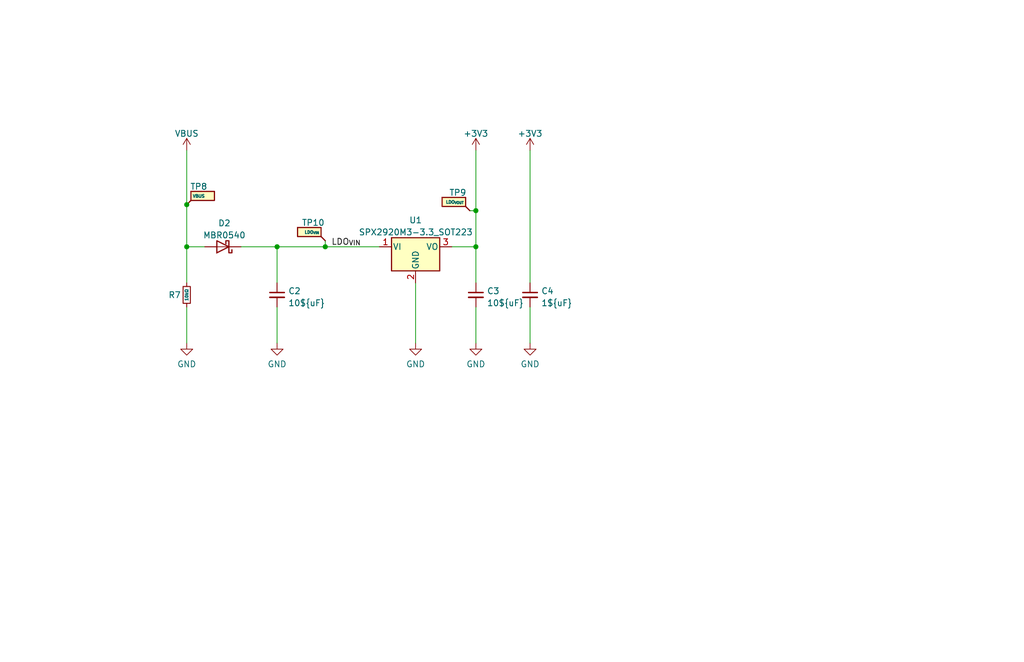
<source format=kicad_sch>
(kicad_sch (version 20211123) (generator eeschema)
  (paper "User" 215.9 139.7)
  (title_block (title "Soldering Induction (July 2022)") (date "2022-07-19") (rev "3.5.0") (company "UNSW Engineering Makerspace"))
  (lib_symbols
    (symbol "4ms_Power-symbol:+3.3V" (power) (pin_names (offset 0))
      (property "Value" "+3.3V" (at 0 3.556 0))
      (symbol "+3.3V_0_1"
        (polyline (pts (xy -0.762 1.27) (xy 0 2.54)))
        (polyline (pts (xy 0 0) (xy 0 2.54)))
        (polyline (pts (xy 0 2.54) (xy 0.762 1.27)))
      )
      (symbol "+3.3V_1_1"
        (pin power_in line (at 0 0 90) (length 0) hide (name "+3V3") (number "1"))
      )
    )
    (symbol "4ms_Power-symbol:GND" (power) (pin_names (offset 0))
      (property "Value" "GND" (at 0 -3.81 0))
      (symbol "GND_0_1"
        (polyline (pts (xy 0 0) (xy 0 -1.27) (xy 1.27 -1.27) (xy 0 -2.54) (xy -1.27 -1.27) (xy 0 -1.27)))
      )
      (symbol "GND_1_1"
        (pin power_in line (at 0 0 270) (length 0) hide (name "GND") (number "1"))
      )
    )
    (symbol "Connector:TestPoint_Flag" (pin_numbers hide) (pin_names (offset 0.762) hide)
      (property "Reference" "TP" (at 3.429 1.778 0))
      (property "Value" "TestPoint_Flag" (at 3.302 4.191 0))
      (symbol "TestPoint_Flag_0_1"
        (polyline (pts (xy 0 0) (xy 0.889 0.889)) (stroke (width 0.254)))
        (rectangle (start 0.889 2.794) (end 5.842 0.889) (stroke (width 0.254)) (fill (type background)))
      )
      (symbol "TestPoint_Flag_1_1"
        (pin passive line (at 0 0 90) (length 0) (name "1") (number "1"))
      )
    )
    (symbol "Device:C_Small" (pin_numbers hide) (pin_names (offset 0.254) hide)
      (property "Reference" "C" (at 0.254 1.778 0))
      (property "Value" "C_Small" (at 0.254 -2.032 0))
      (symbol "C_Small_0_1"
        (polyline (pts (xy -1.524 -0.508) (xy 1.524 -0.508)) (stroke (width 0.3302)))
        (polyline (pts (xy -1.524 0.508) (xy 1.524 0.508)) (stroke (width 0.3048)))
      )
      (symbol "C_Small_1_1"
        (pin passive line (at 0 2.54 270) (length 2.032) (name "~") (number "1"))
        (pin passive line (at 0 -2.54 90) (length 2.032) (name "~") (number "2"))
      )
    )
    (symbol "Device:R_Small" (pin_numbers hide) (pin_names (offset 0.254) hide)
      (property "Reference" "R" (at 0.762 0.508 0))
      (property "Value" "R_Small" (at 0.762 -1.016 0))
      (symbol "R_Small_0_1"
        (rectangle (start -0.762 1.778) (end 0.762 -1.778) (stroke (width 0.2032)))
      )
      (symbol "R_Small_1_1"
        (pin passive line (at 0 2.54 270) (length 0.762) (name "~") (number "1"))
        (pin passive line (at 0 -2.54 90) (length 0.762) (name "~") (number "2"))
      )
    )
    (symbol "Diode:MBR0540" (pin_numbers hide) (pin_names (offset 1.016) hide)
      (property "Reference" "D" (at 0 2.54 0))
      (property "Value" "MBR0540" (at 0 -2.54 0))
      (symbol "MBR0540_0_1"
        (polyline (pts (xy 1.27 0) (xy -1.27 0)))
        (polyline (pts (xy 1.27 1.27) (xy 1.27 -1.27) (xy -1.27 0) (xy 1.27 1.27)) (stroke (width 0.254)))
        (polyline (pts (xy -1.905 0.635) (xy -1.905 1.27) (xy -1.27 1.27) (xy -1.27 -1.27) (xy -0.635 -1.27) (xy -0.635 -0.635)) (stroke (width 0.254)))
      )
      (symbol "MBR0540_1_1"
        (pin passive line (at -3.81 0 0) (length 2.54) (name "K") (number "1"))
        (pin passive line (at 3.81 0 180) (length 2.54) (name "A") (number "2"))
      )
    )
    (symbol "Regulator_Linear:SPX2920M3-3.3_SOT223" (pin_names (offset 0.254))
      (property "Reference" "U" (at -3.81 3.175 0))
      (property "Value" "SPX2920M3-3.3_SOT223" (at 0 3.175 0))
      (symbol "SPX2920M3-3.3_SOT223_0_1"
        (rectangle (start -5.08 -5.08) (end 5.08 1.905) (stroke (width 0.254)) (fill (type background)))
      )
      (symbol "SPX2920M3-3.3_SOT223_1_1"
        (pin power_in line (at -7.62 0 0) (length 2.54) (name "VI") (number "1"))
        (pin power_in line (at 0 -7.62 90) (length 2.54) (name "GND") (number "2"))
        (pin power_out line (at 7.62 0 180) (length 2.54) (name "VO") (number "3"))
      )
    )
    (symbol "power:VBUS" (power) (pin_names (offset 0))
      (property "Value" "VBUS" (at 0 3.81 0))
      (symbol "VBUS_0_1"
        (polyline (pts (xy -0.762 1.27) (xy 0 2.54)))
        (polyline (pts (xy 0 0) (xy 0 2.54)))
        (polyline (pts (xy 0 2.54) (xy 0.762 1.27)))
      )
      (symbol "VBUS_1_1"
        (pin power_in line (at 0 0 90) (length 0) hide (name "VBUS") (number "1"))
      )
    )
  )
  (junction (at 100.33 52.07))
  (junction (at 100.33 44.45))
  (junction (at 39.37 52.07))
  (junction (at 58.42 52.07))
  (junction (at 39.37 43.18))
  (junction (at 68.58 52.07))
  (wire (pts (xy 99.06 44.45) (xy 100.33 44.45)))
  (wire (pts (xy 100.33 59.69) (xy 100.33 52.07)))
  (wire (pts (xy 58.42 52.07) (xy 58.42 59.69)))
  (wire (pts (xy 39.37 52.07) (xy 39.37 59.69)))
  (wire (pts (xy 39.37 31.75) (xy 39.37 43.18)))
  (wire (pts (xy 58.42 64.77) (xy 58.42 72.39)))
  (wire (pts (xy 58.42 52.07) (xy 50.8 52.07)))
  (wire (pts (xy 100.33 52.07) (xy 95.25 52.07)))
  (wire (pts (xy 58.42 52.07) (xy 68.58 52.07)))
  (wire (pts (xy 111.76 31.75) (xy 111.76 59.69)))
  (wire (pts (xy 100.33 44.45) (xy 100.33 52.07)))
  (wire (pts (xy 39.37 64.77) (xy 39.37 72.39)))
  (wire (pts (xy 100.33 64.77) (xy 100.33 72.39)))
  (wire (pts (xy 100.33 31.75) (xy 100.33 44.45)))
  (wire (pts (xy 39.37 52.07) (xy 43.18 52.07)))
  (wire (pts (xy 39.37 43.18) (xy 39.37 52.07)))
  (wire (pts (xy 68.58 50.8) (xy 68.58 52.07)))
  (wire (pts (xy 87.63 59.69) (xy 87.63 72.39)))
  (wire (pts (xy 111.76 64.77) (xy 111.76 72.39)))
  (wire (pts (xy 68.58 52.07) (xy 80.01 52.07)))
  (label "LDO_{VIN}" (at 69.85 52.07 0))
  (symbol (lib_id "Connector:TestPoint_Flag") (at 68.58 50.8 0) (mirror y) (unit 1)
    (property "Reference" "TP10" (at 66.04 46.99 0))
    (property "Value" "LDO_{VIN}" (at 67.3319 48.6379 0) (effects (font (size 0.635 0.635)) (justify left top)))
    (property "Footprint" "0:Testpoint_Custom" (effects hide))
  )
  (symbol (lib_id "Diode:MBR0540") (at 46.99 52.07 180) (unit 1)
    (property "Reference" "D2" (at 47.3075 47.1002 0))
    (property "Value" "MBR0540" (at 47.3075 49.6371 0))
    (property "Footprint" "Diode_SMD:D_SOD-123" (effects hide))
    (property "Datasheet" "http://www.mccsemi.com/up_pdf/MBR0520~MBR0580(SOD123).pdf" (effects hide))
  )
  (symbol (lib_id "Connector:TestPoint_Flag") (at 39.37 43.18 0) (unit 1)
    (property "Reference" "TP8" (at 41.91 39.37 0))
    (property "Value" "VBUS" (at 40.6181 41.0179 0) (effects (font (size 0.635 0.635)) (justify left top)))
    (property "Footprint" "0:Testpoint_Custom" (effects hide))
  )
  (symbol (lib_id "power:VBUS") (at 39.37 31.75 0) (unit 1)
    (property "Reference" "#PWR0101" (effects hide))
    (property "Value" "VBUS" (at 39.37 28.1742 0))
  )
  (symbol (lib_id "4ms_Power-symbol:GND") (at 58.42 72.39 0) (unit 1)
    (property "Reference" "#PWR0102" (effects hide))
    (property "Value" "GND" (at 58.42 76.8334 0))
  )
  (symbol (lib_id "Connector:TestPoint_Flag") (at 99.06 44.45 0) (mirror y) (unit 1)
    (property "Reference" "TP9" (at 96.52 40.64 0))
    (property "Value" "LDO_{VOUT}" (at 97.8119 42.2879 0) (effects (font (size 0.635 0.635)) (justify left top)))
    (property "Footprint" "0:Testpoint_Custom" (effects hide))
  )
  (symbol (lib_id "Device:R_Small") (at 39.37 62.23 180) (unit 1)
    (property "Reference" "R7" (at 36.83 62.23 0))
    (property "Value" "10kΩ" (at 39.37 62.23 90) (effects (font (size 0.635 0.635))))
    (property "Footprint" "Resistor_SMD:R_0603_1608Metric" (effects hide))
    (property "Datasheet" "https://datasheet.lcsc.com/lcsc/1811141735_Ever-Ohms-Tech-CR0603J13K0P05Z_C245188.pdf" (effects hide))
  )
  (symbol (lib_id "4ms_Power-symbol:+3.3V") (at 111.76 31.75 0) (unit 1)
    (property "Reference" "#PWR0124" (effects hide))
    (property "Value" "+3.3V" (at 111.76 28.1742 0))
  )
  (symbol (lib_id "4ms_Power-symbol:GND") (at 111.76 72.39 0) (unit 1)
    (property "Reference" "#PWR0125" (effects hide))
    (property "Value" "GND" (at 111.76 76.8334 0))
  )
  (symbol (lib_id "Device:C_Small") (at 111.76 62.23 0) (unit 1)
    (property "Reference" "C4" (at 114.0841 61.4016 0) (effects (justify left)))
    (property "Value" "1${uF}" (at 114.0841 63.9385 0) (effects (justify left)))
    (property "Footprint" "Capacitor_SMD:C_0805_2012Metric" (effects hide))
  )
  (symbol (lib_id "Regulator_Linear:SPX2920M3-3.3_SOT223") (at 87.63 52.07 0) (unit 1)
    (property "Reference" "U1" (at 87.63 46.4652 0))
    (property "Value" "SPX2920M3-3.3_SOT223" (at 75.6066 49.0021 0) (effects (justify left)))
    (property "Footprint" "Package_TO_SOT_SMD:SOT-223-3_TabPin2" (effects hide))
    (property "Datasheet" "http://www.zlgmcu.com/Sipex/LDO/PDF/spx2920.pdf" (effects hide))
  )
  (symbol (lib_id "4ms_Power-symbol:GND") (at 100.33 72.39 0) (unit 1)
    (property "Reference" "#PWR0112" (effects hide))
    (property "Value" "GND" (at 100.33 76.8334 0))
  )
  (symbol (lib_id "4ms_Power-symbol:GND") (at 39.37 72.39 0) (unit 1)
    (property "Reference" "#PWR0103" (effects hide))
    (property "Value" "GND" (at 39.37 76.8334 0))
  )
  (symbol (lib_id "Device:C_Small") (at 100.33 62.23 0) (unit 1)
    (property "Reference" "C3" (at 102.6541 61.4016 0) (effects (justify left)))
    (property "Value" "10${uF}" (at 102.6541 63.9385 0) (effects (justify left)))
    (property "Footprint" "Capacitor_SMD:C_1206_3216Metric" (effects hide))
  )
  (symbol (lib_id "4ms_Power-symbol:GND") (at 87.63 72.39 0) (unit 1)
    (property "Reference" "#PWR0153" (effects hide))
    (property "Value" "GND" (at 87.63 76.8334 0))
  )
  (symbol (lib_id "4ms_Power-symbol:+3.3V") (at 100.33 31.75 0) (unit 1)
    (property "Reference" "#PWR0118" (effects hide))
    (property "Value" "+3.3V" (at 100.33 28.1742 0))
  )
  (symbol (lib_id "Device:C_Small") (at 58.42 62.23 0) (unit 1)
    (property "Reference" "C2" (at 60.7441 61.4016 0) (effects (justify left)))
    (property "Value" "10${uF}" (at 60.7441 63.9385 0) (effects (justify left)))
    (property "Footprint" "Capacitor_SMD:C_1206_3216Metric" (effects hide))
  )
)
</source>
